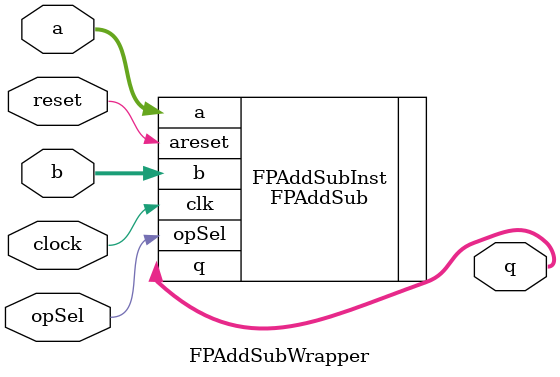
<source format=v>
module FPAddSubWrapper (
    input  wire        clock,
    input  wire        reset,
    input  wire [31:0] a,
    input  wire [31:0] b,
    output wire [31:0] q,
    input  wire [0:0]  opSel
  );

  parameter LATENCY = 3;

  FPAddSub#(.LATENCY(LATENCY)) FPAddSubInst (
    .clk(clock)
  , .areset(reset)
  , .a(a)
  , .b(b)
  , .q(q)
  , .opSel(opSel)
  );
endmodule

</source>
